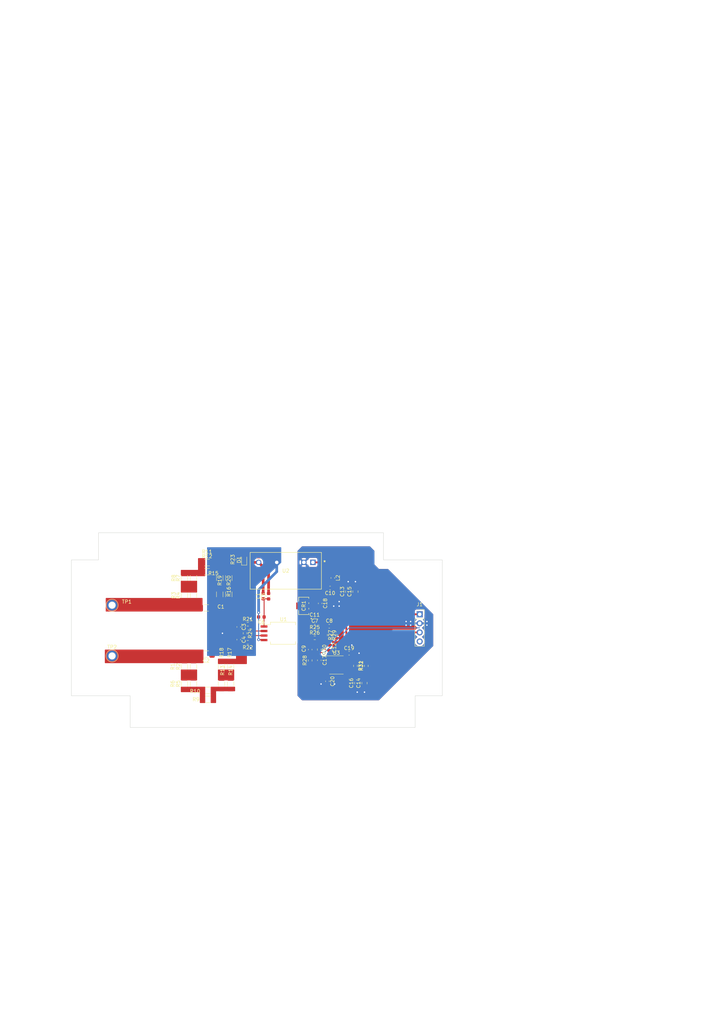
<source format=kicad_pcb>
(kicad_pcb (version 20211014) (generator pcbnew)
  (layers (0 "F.Cu" signal) (31 "B.Cu" signal) (34 "B.Paste" user) (35 "F.Paste" user) (36 "B.SilkS" user "B.Silkscreen") (37 "F.SilkS" user "F.Silkscreen") (38 "B.Mask" user) (39 "F.Mask" user) (44 "Edge.Cuts" user))
  (net 0 "")
  (net 1 "/Input +")
  (net 2 "GND1")
  (net 3 "/Input -")
  (net 4 "Net-(C3-Pad1)")
  (net 5 "Net-(C4-Pad2)")
  (net 6 "+5V")
  (net 7 "GND2")
  (net 8 "+5VA")
  (net 9 "Net-(C8-Pad2)")
  (net 10 "Net-(C9-Pad1)")
  (net 11 "+15V")
  (net 12 "Net-(C12-Pad2)")
  (net 13 "-15V")
  (net 14 "/Measure")
  (net 15 "Net-(D1-Pad1)")
  (net 16 "Net-(L2-Pad1)")
  (net 17 "Net-(R1-Pad2)")
  (net 18 "Net-(R3-Pad2)")
  (net 19 "Net-(R10-Pad1)")
  (net 20 "Net-(R11-Pad1)")
  (net 21 "Net-(R10-Pad2)")
  (net 22 "Net-(R11-Pad2)")
  (net 23 "Net-(R13-Pad2)")
  (net 24 "Net-(R15-Pad2)")
  (net 25 "Net-(R25-Pad1)")
  (net 26 "Net-(R26-Pad1)")
  (net 27 "Net-(R31-Pad2)")
  (net 28 "Net-(U3-Pad6)")
  (net 29 "Net-(C17-Pad1)")
  (footprint "Resistor_SMD:R_1206_3216Metric" (layer "F.Cu") (at 128.524 98.806)
    (fp_text reference "R9" (at -3.3635 0) (layer "F.SilkS"))
    (fp_text value "150k")
    (pad "1" smd roundrect (at -1.4625 0) (size 1.125 1.75) (layers "F.Cu" "F.Paste" "F.Mask") (roundrect_rratio 0.222222) (net 19 "Net-(R10-Pad1)"))
    (pad "2" smd roundrect (at 1.4625 0) (size 1.125 1.75) (layers "F.Cu" "F.Paste" "F.Mask") (roundrect_rratio 0.222222) (net 21 "Net-(R10-Pad2)"))
  )
  (footprint "Resistor_SMD:R_1206_3216Metric" (layer "F.Cu") (at 132.334 94.488 90)
    (fp_text reference "R13" (at 3.81 0.254 90) (layer "F.SilkS"))
    (fp_text value "150k")
    (pad "1" smd roundrect (at -1.4625 0 90) (size 1.125 1.75) (layers "F.Cu" "F.Paste" "F.Mask") (roundrect_rratio 0.222222) (net 21 "Net-(R10-Pad2)"))
    (pad "2" smd roundrect (at 1.4625 0 90) (size 1.125 1.75) (layers "F.Cu" "F.Paste" "F.Mask") (roundrect_rratio 0.222222) (net 23 "Net-(R13-Pad2)"))
  )
  (footprint "Resistor_SMD:R_1206_3216Metric" (layer "F.Cu") (at 128.524 96.266)
    (fp_text reference "R10" (at -3.6175 0.254) (layer "F.SilkS"))
    (fp_text value "150k")
    (pad "1" smd roundrect (at -1.4625 0) (size 1.125 1.75) (layers "F.Cu" "F.Paste" "F.Mask") (roundrect_rratio 0.222222) (net 19 "Net-(R10-Pad1)"))
    (pad "2" smd roundrect (at 1.4625 0) (size 1.125 1.75) (layers "F.Cu" "F.Paste" "F.Mask") (roundrect_rratio 0.222222) (net 21 "Net-(R10-Pad2)"))
  )
  (footprint "Connector_PinSocket_2.54mm:PinSocket_1x04_P2.54mm_Vertical" (layer "F.Cu") (at 187.96 74.94)
    (fp_text reference "J1" (at 0 -2.77) (layer "F.SilkS"))
    (fp_text value "Conn_01x04")
    (pad "1" thru_hole rect (at 0 0) (size 1.7 1.7) (drill 1) (layers *.Cu *.Mask) (net 11 "+15V"))
    (pad "2" thru_hole oval (at 0 2.54) (size 1.7 1.7) (drill 1) (layers *.Cu *.Mask) (net 7 "GND2"))
    (pad "3" thru_hole oval (at 0 5.08) (size 1.7 1.7) (drill 1) (layers *.Cu *.Mask) (net 13 "-15V"))
    (pad "4" thru_hole oval (at 0 7.62) (size 1.7 1.7) (drill 1) (layers *.Cu *.Mask) (net 14 "/Measure"))
  )
  (footprint "Resistor_SMD:R_1206_3216Metric" (layer "F.Cu") (at 124.46 64.77 90)
    (fp_text reference "R7" (at 0 -4.318 90) (layer "F.SilkS"))
    (fp_text value "150k")
    (pad "1" smd roundrect (at -1.4625 0 90) (size 1.125 1.75) (layers "F.Cu" "F.Paste" "F.Mask") (roundrect_rratio 0.222222) (net 18 "Net-(R3-Pad2)"))
    (pad "2" smd roundrect (at 1.4625 0 90) (size 1.125 1.75) (layers "F.Cu" "F.Paste" "F.Mask") (roundrect_rratio 0.222222) (net 20 "Net-(R11-Pad1)"))
  )
  (footprint "Resistor_SMD:R_1206_3216Metric" (layer "F.Cu") (at 128.27 62.992)
    (fp_text reference "R12" (at 0 -4.318) (layer "F.SilkS"))
    (fp_text value "150k")
    (pad "1" smd roundrect (at -1.4625 0) (size 1.125 1.75) (layers "F.Cu" "F.Paste" "F.Mask") (roundrect_rratio 0.222222) (net 20 "Net-(R11-Pad1)"))
    (pad "2" smd roundrect (at 1.4625 0) (size 1.125 1.75) (layers "F.Cu" "F.Paste" "F.Mask") (roundrect_rratio 0.222222) (net 22 "Net-(R11-Pad2)"))
  )
  (footprint "Resistor_SMD:R_1206_3216Metric" (layer "F.Cu") (at 121.92 89.6005 -90)
    (fp_text reference "R1" (at 0 3.302 90) (layer "F.SilkS"))
    (fp_text value "150k")
    (pad "1" smd roundrect (at -1.4625 0 270) (size 1.125 1.75) (layers "F.Cu" "F.Paste" "F.Mask") (roundrect_rratio 0.222222) (net 3 "/Input -"))
    (pad "2" smd roundrect (at 1.4625 0 270) (size 1.125 1.75) (layers "F.Cu" "F.Paste" "F.Mask") (roundrect_rratio 0.222222) (net 17 "Net-(R1-Pad2)"))
  )
  (footprint "Resistor_SMD:R_0603_1608Metric" (layer "F.Cu") (at 172.974 89.408 90)
    (fp_text reference "R32" (at 0 -1.43 90) (layer "F.SilkS"))
    (fp_text value "R")
    (pad "1" smd roundrect (at -0.825 0 90) (size 0.8 0.95) (layers "F.Cu" "F.Paste" "F.Mask") (net 27 "Net-(R31-Pad2)"))
    (pad "2" smd roundrect (at 0.825 0 90) (size 0.8 0.95) (layers "F.Cu" "F.Paste" "F.Mask") (net 13 "-15V"))
  )
  (footprint "Resistor_SMD:R_1206_3216Metric" (layer "F.Cu") (at 124.46 89.6005 -90)
    (fp_text reference "R2" (at 0 4.318 90) (layer "F.SilkS"))
    (fp_text value "150k")
    (pad "1" smd roundrect (at -1.4625 0 270) (size 1.125 1.75) (layers "F.Cu" "F.Paste" "F.Mask") (roundrect_rratio 0.222222) (net 3 "/Input -"))
    (pad "2" smd roundrect (at 1.4625 0 270) (size 1.125 1.75) (layers "F.Cu" "F.Paste" "F.Mask") (roundrect_rratio 0.222222) (net 17 "Net-(R1-Pad2)"))
  )
  (footprint "Resistor_SMD:R_1206_3216Metric" (layer "F.Cu") (at 121.92 69.596 90)
    (fp_text reference "R3" (at 0 -3.048 90) (layer "F.SilkS"))
    (fp_text value "150k")
    (pad "1" smd roundrect (at -1.4625 0 90) (size 1.125 1.75) (layers "F.Cu" "F.Paste" "F.Mask") (roundrect_rratio 0.222222) (net 1 "/Input +"))
    (pad "2" smd roundrect (at 1.4625 0 90) (size 1.125 1.75) (layers "F.Cu" "F.Paste" "F.Mask") (roundrect_rratio 0.222222) (net 18 "Net-(R3-Pad2)"))
  )
  (footprint "Capacitor_SMD:C_0603_1608Metric" (layer "F.Cu") (at 158.509 78.232)
    (fp_text reference "C7" (at 0 -1.43) (layer "F.SilkS"))
    (fp_text value "C")
    (pad "1" smd roundrect (at -0.775 0) (size 0.9 0.95) (layers "F.Cu" "F.Paste" "F.Mask") (net 8 "+5VA"))
    (pad "2" smd roundrect (at 0.775 0) (size 0.9 0.95) (layers "F.Cu" "F.Paste" "F.Mask") (net 7 "GND2"))
  )
  (footprint "Capacitor_SMD:C_0603_1608Metric" (layer "F.Cu") (at 159.766 87.834 90)
    (fp_text reference "C17" (at 0 1.524 90) (layer "F.SilkS"))
    (fp_text value "33p")
    (pad "1" smd roundrect (at -0.775 0 90) (size 0.9 0.95) (layers "F.Cu" "F.Paste" "F.Mask") (net 29 "Net-(C17-Pad1)"))
    (pad "2" smd roundrect (at 0.775 0 90) (size 0.9 0.95) (layers "F.Cu" "F.Paste" "F.Mask") (net 14 "/Measure"))
  )
  (footprint "Capacitor_SMD:C_0603_1608Metric" (layer "F.Cu") (at 162.052 93.726 -90)
    (fp_text reference "C20" (at 0 -1.43 90) (layer "F.SilkS"))
    (fp_text value "C")
    (pad "1" smd roundrect (at -0.775 0 270) (size 0.9 0.95) (layers "F.Cu" "F.Paste" "F.Mask") (net 13 "-15V"))
    (pad "2" smd roundrect (at 0.775 0 270) (size 0.9 0.95) (layers "F.Cu" "F.Paste" "F.Mask") (net 7 "GND2"))
  )
  (footprint "Capacitor_SMD:C_0805_2012Metric" (layer "F.Cu") (at 167.894 68.58 90)
    (fp_text reference "C13" (at 0 -1.68 90) (layer "F.SilkS"))
    (fp_text value "10u")
    (pad "1" smd roundrect (at -0.95 0 90) (size 1 1.45) (layers "F.Cu" "F.Paste" "F.Mask") (net 11 "+15V"))
    (pad "2" smd roundrect (at 0.95 0 90) (size 1 1.45) (layers "F.Cu" "F.Paste" "F.Mask") (net 7 "GND2"))
  )
  (footprint "Inductor_SMD:L_0603_1608Metric" (layer "F.Cu") (at 144.018 69.8115 90)
    (fp_text reference "L1" (at 0 -1.43 90) (layer "F.SilkS"))
    (fp_text value "L")
    (pad "1" smd roundrect (at -0.7875 0 90) (size 0.875 0.95) (layers "F.Cu" "F.Paste" "F.Mask") (net 6 "+5V"))
    (pad "2" smd roundrect (at 0.7875 0 90) (size 0.875 0.95) (layers "F.Cu" "F.Paste" "F.Mask") (net 15 "Net-(D1-Pad1)"))
  )
  (footprint "Capacitor_SMD:C_0603_1608Metric" (layer "F.Cu") (at 137.16 82.042 -90)
    (fp_text reference "C4" (at 0 -1.43 90) (layer "F.SilkS"))
    (fp_text value "470n")
    (pad "1" smd roundrect (at -0.775 0 270) (size 0.9 0.95) (layers "F.Cu" "F.Paste" "F.Mask") (net 2 "GND1"))
    (pad "2" smd roundrect (at 0.775 0 270) (size 0.9 0.95) (layers "F.Cu" "F.Paste" "F.Mask") (net 5 "Net-(C4-Pad2)"))
  )
  (footprint "Resistor_SMD:R_0603_1608Metric" (layer "F.Cu") (at 158.496 80.01)
    (fp_text reference "R25" (at 0 -1.43) (layer "F.SilkS"))
    (fp_text value "5.6k")
    (pad "1" smd roundrect (at -0.825 0) (size 0.8 0.95) (layers "F.Cu" "F.Paste" "F.Mask") (net 25 "Net-(R25-Pad1)"))
    (pad "2" smd roundrect (at 0.825 0) (size 0.8 0.95) (layers "F.Cu" "F.Paste" "F.Mask") (net 9 "Net-(C8-Pad2)"))
  )
  (footprint "Capacitor_SMD:C_1206_3216Metric" (layer "F.Cu") (at 128.016 73.152)
    (fp_text reference "C1" (at 4.1255 -0.326) (layer "F.SilkS"))
    (fp_text value "1000p")
    (pad "1" smd roundrect (at -1.475 0) (size 1.15 1.8) (layers "F.Cu" "F.Paste" "F.Mask") (roundrect_rratio 0.217391) (net 1 "/Input +"))
    (pad "2" smd roundrect (at 1.475 0) (size 1.15 1.8) (layers "F.Cu" "F.Paste" "F.Mask") (roundrect_rratio 0.217391) (net 2 "GND1"))
  )
  (footprint "Capacitor_SMD:C_0603_1608Metric" (layer "F.Cu") (at 168.148 85.852)
    (fp_text reference "C19" (at 0 -1.43) (layer "F.SilkS"))
    (fp_text value "C")
    (pad "1" smd roundrect (at -0.775 0) (size 0.9 0.95) (layers "F.Cu" "F.Paste" "F.Mask") (net 11 "+15V"))
    (pad "2" smd roundrect (at 0.775 0) (size 0.9 0.95) (layers "F.Cu" "F.Paste" "F.Mask") (net 7 "GND2"))
  )
  (footprint "Resistor_SMD:R_1206_3216Metric" (layer "F.Cu") (at 132.334 89.6005 90)
    (fp_text reference "R18" (at 3.8715 0 90) (layer "F.SilkS"))
    (fp_text value "150k")
    (pad "1" smd roundrect (at -1.4625 0 90) (size 1.125 1.75) (layers "F.Cu" "F.Paste" "F.Mask") (roundrect_rratio 0.222222) (net 23 "Net-(R13-Pad2)"))
    (pad "2" smd roundrect (at 1.4625 0 90) (size 1.125 1.75) (layers "F.Cu" "F.Paste" "F.Mask") (roundrect_rratio 0.222222) (net 5 "Net-(C4-Pad2)"))
  )
  (footprint "Capacitor_SMD:C_0603_1608Metric" (layer "F.Cu") (at 162.56 84.328 -90)
    (fp_text reference "C12" (at 0 -1.43 90) (layer "F.SilkS"))
    (fp_text value "33p")
    (pad "1" smd roundrect (at -0.775 0 270) (size 0.9 0.95) (layers "F.Cu" "F.Paste" "F.Mask") (net 7 "GND2"))
    (pad "2" smd roundrect (at 0.775 0 270) (size 0.9 0.95) (layers "F.Cu" "F.Paste" "F.Mask") (net 12 "Net-(C12-Pad2)"))
  )
  (footprint "Capacitor_SMD:C_0603_1608Metric" (layer "F.Cu") (at 162.801 67.564 180)
    (fp_text reference "C10" (at 0 -1.43) (layer "F.SilkS"))
    (fp_text value "C")
    (pad "1" smd roundrect (at -0.775 0 180) (size 0.9 0.95) (layers "F.Cu" "F.Paste" "F.Mask") (net 11 "+15V"))
    (pad "2" smd roundrect (at 0.775 0 180) (size 0.9 0.95) (layers "F.Cu" "F.Paste" "F.Mask") (net 7 "GND2"))
  )
  (footprint "Resistor_SMD:R_0603_1608Metric" (layer "F.Cu") (at 136.906 59.576 90)
    (fp_text reference "R23" (at 0 -1.43 90) (layer "F.SilkS"))
    (fp_text value "250")
    (pad "1" smd roundrect (at -0.825 0 90) (size 0.8 0.95) (layers "F.Cu" "F.Paste" "F.Mask") (net 15 "Net-(D1-Pad1)"))
    (pad "2" smd roundrect (at 0.825 0 90) (size 0.8 0.95) (layers "F.Cu" "F.Paste" "F.Mask") (net 2 "GND1"))
  )
  (footprint "Capacitor_SMD:C_0603_1608Metric" (layer "F.Cu") (at 157.226 84.836 90)
    (fp_text reference "C9" (at 0.254 -1.778 90) (layer "F.SilkS"))
    (fp_text value "330p")
    (pad "1" smd roundrect (at -0.775 0 90) (size 0.9 0.95) (layers "F.Cu" "F.Paste" "F.Mask") (net 10 "Net-(C9-Pad1)"))
    (pad "2" smd roundrect (at 0.775 0 90) (size 0.9 0.95) (layers "F.Cu" "F.Paste" "F.Mask") (net 7 "GND2"))
  )
  (footprint "Resistor_SMD:R_0603_1608Metric" (layer "F.Cu") (at 169.926 89.408 -90)
    (fp_text reference "R31" (at 0 -1.43 90) (layer "F.SilkS"))
    (fp_text value "R")
    (pad "1" smd roundrect (at -0.825 0 270) (size 0.8 0.95) (layers "F.Cu" "F.Paste" "F.Mask") (net 11 "+15V"))
    (pad "2" smd roundrect (at 0.825 0 270) (size 0.8 0.95) (layers "F.Cu" "F.Paste" "F.Mask") (net 27 "Net-(R31-Pad2)"))
  )
  (footprint "Capacitor_SMD:C_0805_2012Metric" (layer "F.Cu") (at 170.434 94.234 90)
    (fp_text reference "C16" (at 0 -1.68 90) (layer "F.SilkS"))
    (fp_text value "10u")
    (pad "1" smd roundrect (at -0.95 0 90) (size 1 1.45) (layers "F.Cu" "F.Paste" "F.Mask") (net 7 "GND2"))
    (pad "2" smd roundrect (at 0.95 0 90) (size 1 1.45) (layers "F.Cu" "F.Paste" "F.Mask") (net 13 "-15V"))
  )
  (footprint "Capacitor_SMD:C_0603_1608Metric" (layer "F.Cu") (at 145.542 69.863 90)
    (fp_text reference "C5" (at 0 -1.43 90) (layer "F.SilkS"))
    (fp_text value "C")
    (pad "1" smd roundrect (at -0.775 0 90) (size 0.9 0.95) (layers "F.Cu" "F.Paste" "F.Mask") (net 6 "+5V"))
    (pad "2" smd roundrect (at 0.775 0 90) (size 0.9 0.95) (layers "F.Cu" "F.Paste" "F.Mask") (net 2 "GND1"))
  )
  (footprint "Resistor_SMD:R_1206_3216Metric" (layer "F.Cu") (at 121.92 64.77 90)
    (fp_text reference "R8" (at 0 -3.048 90) (layer "F.SilkS"))
    (fp_text value "150k")
    (pad "1" smd roundrect (at -1.4625 0 90) (size 1.125 1.75) (layers "F.Cu" "F.Paste" "F.Mask") (roundrect_rratio 0.222222) (net 18 "Net-(R3-Pad2)"))
    (pad "2" smd roundrect (at 1.4625 0 90) (size 1.125 1.75) (layers "F.Cu" "F.Paste" "F.Mask") (roundrect_rratio 0.222222) (net 20 "Net-(R11-Pad1)"))
  )
  (footprint "Package_SO:SSO-8_6.8x5.9mm_P1.27mm_Clearance8mm" (layer "F.Cu") (at 149.606 80.264)
    (fp_text reference "U1" (at 0.1 -3.9) (layer "F.SilkS"))
    (fp_text value "ACPL-C79B")
    (pad "1" smd rect (at -5.3475 -1.905) (size 1.905 0.64) (layers "F.Cu" "F.Paste" "F.Mask") (net 6 "+5V"))
    (pad "2" smd rect (at -5.3475 -0.635) (size 1.905 0.64) (layers "F.Cu" "F.Paste" "F.Mask") (net 4 "Net-(C3-Pad1)"))
    (pad "3" smd rect (at -5.3475 0.635) (size 1.905 0.64) (layers "F.Cu" "F.Paste" "F.Mask") (net 5 "Net-(C4-Pad2)"))
    (pad "4" smd rect (at -5.3475 1.905) (size 1.905 0.64) (layers "F.Cu" "F.Paste" "F.Mask") (net 2 "GND1"))
    (pad "5" smd rect (at 5.3475 1.905) (size 1.905 0.64) (layers "F.Cu" "F.Paste" "F.Mask") (net 7 "GND2"))
    (pad "6" smd rect (at 5.3475 0.635) (size 1.905 0.64) (layers "F.Cu" "F.Paste" "F.Mask") (net 26 "Net-(R26-Pad1)"))
    (pad "7" smd rect (at 5.3475 -0.635) (size 1.905 0.64) (layers "F.Cu" "F.Paste" "F.Mask") (net 25 "Net-(R25-Pad1)"))
    (pad "8" smd rect (at 5.3475 -1.905) (size 1.905 0.64) (layers "F.Cu" "F.Paste" "F.Mask") (net 8 "+5VA"))
  )
  (footprint "Resistor_SMD:R_1206_3216Metric" (layer "F.Cu") (at 134.366 69.342 -90)
    (fp_text reference "R20" (at -3.8715 0 90) (layer "F.SilkS"))
    (fp_text value "150k")
    (pad "1" smd roundrect (at -1.4625 0 270) (size 1.125 1.75) (layers "F.Cu" "F.Paste" "F.Mask") (roundrect_rratio 0.222222) (net 24 "Net-(R15-Pad2)"))
    (pad "2" smd roundrect (at 1.4625 0 270) (size 1.125 1.75) (layers "F.Cu" "F.Paste" "F.Mask") (roundrect_rratio 0.222222) (net 4 "Net-(C3-Pad1)"))
  )
  (footprint "TestPoint:TestPoint_Plated_Hole_D2.0mm" (layer "F.Cu") (at 101.6 86.614)
    (fp_text reference "TP2" (at 0 -2.498) (layer "F.SilkS"))
    (fp_text value "TestPoint")
    (pad "1" thru_hole circle (at 0 0) (size 3 3) (drill 2) (layers *.Cu *.Mask) (net 3 "/Input -"))
  )
  (footprint "Capacitor_SMD:C_0805_2012Metric" (layer "F.Cu") (at 172.466 94.234 90)
    (fp_text reference "C14" (at 0 -1.68 90) (layer "F.SilkS"))
    (fp_text value "10u")
    (pad "1" smd roundrect (at -0.95 0 90) (size 1 1.45) (layers "F.Cu" "F.Paste" "F.Mask") (net 7 "GND2"))
    (pad "2" smd roundrect (at 0.95 0 90) (size 1 1.45) (layers "F.Cu" "F.Paste" "F.Mask") (net 13 "-15V"))
  )
  (footprint "Resistor_SMD:R_1206_3216Metric" (layer "F.Cu") (at 121.92 94.4265 -90)
    (fp_text reference "R6" (at 0 3.302 90) (layer "F.SilkS"))
    (fp_text value "150k")
    (pad "1" smd roundrect (at -1.4625 0 270) (size 1.125 1.75) (layers "F.Cu" "F.Paste" "F.Mask") (roundrect_rratio 0.222222) (net 17 "Net-(R1-Pad2)"))
    (pad "2" smd roundrect (at 1.4625 0 270) (size 1.125 1.75) (layers "F.Cu" "F.Paste" "F.Mask") (roundrect_rratio 0.222222) (net 19 "Net-(R10-Pad1)"))
  )
  (footprint "Resistor_SMD:R_0603_1608Metric" (layer "F.Cu") (at 159.766 84.836 -90)
    (fp_text reference "R30" (at 0 -1.43 90) (layer "F.SilkS"))
    (fp_text value "R")
    (pad "1" smd roundrect (at -0.825 0 270) (size 0.8 0.95) (layers "F.Cu" "F.Paste" "F.Mask") (net 10 "Net-(C9-Pad1)"))
    (pad "2" smd roundrect (at 0.825 0 270) (size 0.8 0.95) (layers "F.Cu" "F.Paste" "F.Mask") (net 14 "/Measure"))
  )
  (footprint "Resistor_SMD:R_1206_3216Metric" (layer "F.Cu") (at 131.826 64.77 -90)
    (fp_text reference "R15" (at -1.3315 1.778) (layer "F.SilkS"))
    (fp_text value "150k")
    (pad "1" smd roundrect (at -1.4625 0 270) (size 1.125 1.75) (layers "F.Cu" "F.Paste" "F.Mask") (roundrect_rratio 0.222222) (net 22 "Net-(R11-Pad2)"))
    (pad "2" smd roundrect (at 1.4625 0 270) (size 1.125 1.75) (layers "F.Cu" "F.Paste" "F.Mask") (roundrect_rratio 0.222222) (net 24 "Net-(R15-Pad2)"))
  )
  (footprint "Resistor_SMD:R_0603_1608Metric" (layer "F.Cu") (at 158.496 81.534)
    (fp_text reference "R26" (at 0 -1.43) (layer "F.SilkS"))
    (fp_text value "5.6k")
    (pad "1" smd roundrect (at -0.825 0) (size 0.8 0.95) (layers "F.Cu" "F.Paste" "F.Mask") (net 26 "Net-(R26-Pad1)"))
    (pad "2" smd roundrect (at 0.825 0) (size 0.8 0.95) (layers "F.Cu" "F.Paste" "F.Mask") (net 10 "Net-(C9-Pad1)"))
  )
  (footprint "Resistor_SMD:R_1206_3216Metric" (layer "F.Cu") (at 124.46 69.596 90)
    (fp_text reference "R4" (at -0.0615 -4.318 90) (layer "F.SilkS"))
    (fp_text value "150k")
    (pad "1" smd roundrect (at -1.4625 0 90) (size 1.125 1.75) (layers "F.Cu" "F.Paste" "F.Mask") (roundrect_rratio 0.222222) (net 1 "/Input +"))
    (pad "2" smd roundrect (at 1.4625 0 90) (size 1.125 1.75) (layers "F.Cu" "F.Paste" "F.Mask") (roundrect_rratio 0.222222) (net 18 "Net-(R3-Pad2)"))
  )
  (footprint "Capacitor_SMD:C_0603_1608Metric" (layer "F.Cu") (at 158.483 76.517)
    (fp_text reference "C11" (at 0 -1.43) (layer "F.SilkS"))
    (fp_text value "C")
    (pad "1" smd roundrect (at -0.775 0) (size 0.9 0.95) (layers "F.Cu" "F.Paste" "F.Mask") (net 8 "+5VA"))
    (pad "2" smd roundrect (at 0.775 0) (size 0.9 0.95) (layers "F.Cu" "F.Paste" "F.Mask") (net 7 "GND2"))
  )
  (footprint "Resistor_SMD:R_1206_3216Metric" (layer "F.Cu") (at 124.46 94.4265 -90)
    (fp_text reference "R5" (at 0 4.318 90) (layer "F.SilkS"))
    (fp_text value "150k")
    (pad "1" smd roundrect (at -1.4625 0 270) (size 1.125 1.75) (layers "F.Cu" "F.Paste" "F.Mask") (roundrect_rratio 0.222222) (net 17 "Net-(R1-Pad2)"))
    (pad "2" smd roundrect (at 1.4625 0 270) (size 1.125 1.75) (layers "F.Cu" "F.Paste" "F.Mask") (roundrect_rratio 0.222222) (net 19 "Net-(R10-Pad1)"))
  )
  (footprint "footprints:SIP4_MEJ1S_MUR" (layer "F.Cu") (at 142.748 60.379)
    (fp_text reference "U2" (at 7.62 2.359 unlocked) (layer "F.SilkS"))
    (fp_text value "MEJ1S1205SC")
    (fp_text user "*" (at 18.5166 0 unlocked) (layer "F.SilkS"))
    (fp_text user "*" (at 18.5166 0) (layer "F.SilkS"))
    (pad "1" thru_hole rect (at 15.24 0) (size 1.524 1.524) (drill 0.9652) (layers *.Cu *.Mask) (net 16 "Net-(L2-Pad1)"))
    (pad "2" thru_hole circle (at 12.7 0) (size 1.524 1.524) (drill 0.9652) (layers *.Cu *.Mask) (net 7 "GND2"))
    (pad "5" thru_hole circle (at 5.08 0) (size 1.524 1.524) (drill 0.9652) (layers *.Cu *.Mask) (net 2 "GND1"))
    (pad "7" thru_hole circle (at 0 0) (size 1.524 1.524) (drill 0.9652) (layers *.Cu *.Mask) (net 15 "Net-(D1-Pad1)"))
  )
  (footprint "Capacitor_SMD:C_0603_1608Metric" (layer "F.Cu") (at 143.51 75.692 180)
    (fp_text reference "C6" (at 0 -1.43) (layer "F.SilkS"))
    (fp_text value "C")
    (pad "1" smd roundrect (at -0.775 0 180) (size 0.9 0.95) (layers "F.Cu" "F.Paste" "F.Mask") (net 6 "+5V"))
    (pad "2" smd roundrect (at 0.775 0 180) (size 0.9 0.95) (layers "F.Cu" "F.Paste" "F.Mask") (net 2 "GND1"))
  )
  (footprint "footprints:SOT-89_STM" (layer "F.Cu") (at 155.4099 72.5805 90)
    (fp_text reference "CR1" (at 0 0 90 unlocked) (layer "F.SilkS"))
    (fp_text value "L78L05ABUTR")
    (fp_poly (pts (xy -0.2794 1.2954) (xy -0.2794 1.143) (xy -0.9398 0.5334) (xy -0.9398 -2.1082) (xy 0.9398 -2.1082) (xy 0.9398 0.5334) (xy 0.2794 1.1684) (xy 0.2794 1.2954)) (layer "F.Cu") (width 0) (fill solid))
    (pad "1" smd rect (at -1.495 1.9939 90) (size 0.4826 1.397) (layers "F.Cu" "F.Paste" "F.Mask") (net 8 "+5VA"))
    (pad "2" smd rect (at 0 1.9939 90) (size 0.5588 1.397) (layers "F.Cu" "F.Paste" "F.Mask") (net 7 "GND2"))
    (pad "3" smd rect (at 1.495 1.9939 90) (size 0.4826 1.397) (layers "F.Cu" "F.Paste" "F.Mask") (net 11 "+15V"))
  )
  (footprint "Resistor_SMD:R_1206_3216Metric" (layer "F.Cu") (at 131.826 69.342 -90)
    (fp_text reference "R19" (at -3.8715 0 90) (layer "F.SilkS"))
    (fp_text value "150k")
    (pad "1" smd roundrect (at -1.4625 0 270) (size 1.125 1.75) (layers "F.Cu" "F.Paste" "F.Mask") (roundrect_rratio 0.222222) (net 24 "Net-(R15-Pad2)"))
    (pad "2" smd roundrect (at 1.4625 0 270) (size 1.125 1.75) (layers "F.Cu" "F.Paste" "F.Mask") (roundrect_rratio 0.222222) (net 4 "Net-(C3-Pad1)"))
  )
  (footprint "TestPoint:TestPoint_Plated_Hole_D2.0mm" (layer "F.Cu") (at 101.6 72.39)
    (fp_text reference "TP1" (at 4.1255 -0.974) (layer "F.SilkS"))
    (fp_text value "TestPoint")
    (pad "1" thru_hole circle (at 0 0) (size 3 3) (drill 2) (layers *.Cu *.Mask) (net 1 "/Input +"))
  )
  (footprint "Diode_SMD:D_0603_1608Metric" (layer "F.Cu") (at 138.684 59.6645 90)
    (fp_text reference "D1" (at 0 -1.43 90) (layer "F.SilkS"))
    (fp_text value "D_Zener")
    (pad "1" smd roundrect (at -0.7875 0 90) (size 0.875 0.95) (layers "F.Cu" "F.Paste" "F.Mask") (net 15 "Net-(D1-Pad1)"))
    (pad "2" smd roundrect (at 0.7875 0 90) (size 0.875 0.95) (layers "F.Cu" "F.Paste" "F.Mask") (net 2 "GND1"))
  )
  (footprint "Resistor_SMD:R_0603_1608Metric" (layer "F.Cu") (at 139.7 77.724)
    (fp_text reference "R21" (at 0 -1.43) (layer "F.SilkS"))
    (fp_text value "10k")
    (pad "1" smd roundrect (at -0.825 0) (size 0.8 0.95) (layers "F.Cu" "F.Paste" "F.Mask") (net 4 "Net-(C3-Pad1)"))
    (pad "2" smd roundrect (at 0.825 0) (size 0.8 0.95) (layers "F.Cu" "F.Paste" "F.Mask") (net 2 "GND1"))
  )
  (footprint "Resistor_SMD:R_0603_1608Metric" (layer "F.Cu") (at 138.938 80.264 -90)
    (fp_text reference "R24" (at 0 -1.43 90) (layer "F.SilkS"))
    (fp_text value "100")
    (pad "1" smd roundrect (at -0.825 0 270) (size 0.8 0.95) (layers "F.Cu" "F.Paste" "F.Mask") (net 4 "Net-(C3-Pad1)"))
    (pad "2" smd roundrect (at 0.825 0 270) (size 0.8 0.95) (layers "F.Cu" "F.Paste" "F.Mask") (net 5 "Net-(C4-Pad2)"))
  )
  (footprint "Resistor_SMD:R_1206_3216Metric" (layer "F.Cu") (at 134.874 94.488 90)
    (fp_text reference "R14" (at 3.81 0 90) (layer "F.SilkS"))
    (fp_text value "150k")
    (pad "1" smd roundrect (at -1.4625 0 90) (size 1.125 1.75) (layers "F.Cu" "F.Paste" "F.Mask") (roundrect_rratio 0.222222) (net 21 "Net-(R10-Pad2)"))
    (pad "2" smd roundrect (at 1.4625 0 90) (size 1.125 1.75) (layers "F.Cu" "F.Paste" "F.Mask") (roundrect_rratio 0.222222) (net 23 "Net-(R13-Pad2)"))
  )
  (footprint "Capacitor_SMD:C_0603_1608Metric" (layer "F.Cu") (at 162.573 78.295 180)
    (fp_text reference "C8" (at 0 1.524) (layer "F.SilkS"))
    (fp_text value "330p")
    (pad "1" smd roundrect (at -0.775 0 180) (size 0.9 0.95) (layers "F.Cu" "F.Paste" "F.Mask") (net 7 "GND2"))
    (pad "2" smd roundrect (at 0.775 0 180) (size 0.9 0.95) (layers "F.Cu" "F.Paste" "F.Mask") (net 9 "Net-(C8-Pad2)"))
  )
  (footprint "Capacitor_SMD:C_0603_1608Metric" (layer "F.Cu") (at 160.02 71.882 -90)
    (fp_text reference "C18" (at 0 -1.43 -270) (layer "F.SilkS"))
    (fp_text value "C")
    (pad "1" smd roundrect (at -0.775 0 270) (size 0.9 0.95) (layers "F.Cu" "F.Paste" "F.Mask") (net 11 "+15V"))
    (pad "2" smd roundrect (at 0.775 0 270) (size 0.9 0.95) (layers "F.Cu" "F.Paste" "F.Mask") (net 7 "GND2"))
  )
  (footprint "Capacitor_SMD:C_0603_1608Metric" (layer "F.Cu") (at 137.16 78.486 -90)
    (fp_text reference "C3" (at 0 -1.43 90) (layer "F.SilkS"))
    (fp_text value "470n")
    (pad "1" smd roundrect (at -0.775 0 270) (size 0.9 0.95) (layers "F.Cu" "F.Paste" "F.Mask") (net 4 "Net-(C3-Pad1)"))
    (pad "2" smd roundrect (at 0.775 0 270) (size 0.9 0.95) (layers "F.Cu" "F.Paste" "F.Mask") (net 2 "GND1"))
  )
  (footprint "Capacitor_SMD:C_0805_2012Metric" (layer "F.Cu") (at 169.926 68.58 90)
    (fp_text reference "C15" (at 0 -1.68 90) (layer "F.SilkS"))
    (fp_text value "10u")
    (pad "1" smd roundrect (at -0.95 0 90) (size 1 1.45) (layers "F.Cu" "F.Paste" "F.Mask") (net 11 "+15V"))
    (pad "2" smd roundrect (at 0.95 0 90) (size 1 1.45) (layers "F.Cu" "F.Paste" "F.Mask") (net 7 "GND2"))
  )
  (footprint "Capacitor_SMD:C_1206_3216Metric" (layer "F.Cu") (at 128.016 86.106 180)
    (fp_text reference "C2" (at 0 -1.85) (layer "F.SilkS"))
    (fp_text value "1000p")
    (pad "1" smd roundrect (at -1.475 0 180) (size 1.15 1.8) (layers "F.Cu" "F.Paste" "F.Mask") (roundrect_rratio 0.217391) (net 2 "GND1"))
    (pad "2" smd roundrect (at 1.475 0 180) (size 1.15 1.8) (layers "F.Cu" "F.Paste" "F.Mask") (roundrect_rratio 0.217391) (net 3 "/Input -"))
  )
  (footprint "Resistor_SMD:R_1206_3216Metric" (layer "F.Cu") (at 134.874 89.6005 90)
    (fp_text reference "R17" (at 3.8715 -0.254 90) (layer "F.SilkS"))
    (fp_text value "150k")
    (pad "1" smd roundrect (at -1.4625 0 90) (size 1.125 1.75) (layers "F.Cu" "F.Paste" "F.Mask") (roundrect_rratio 0.222222) (net 23 "Net-(R13-Pad2)"))
    (pad "2" smd roundrect (at 1.4625 0 90) (size 1.125 1.75) (layers "F.Cu" "F.Paste" "F.Mask") (roundrect_rratio 0.222222) (net 5 "Net-(C4-Pad2)"))
  )
  (footprint "Resistor_SMD:R_0603_1608Metric" (layer "F.Cu") (at 139.7 82.804 180)
    (fp_text reference "R22" (at 0 -1.43) (layer "F.SilkS"))
    (fp_text value "10k")
    (pad "1" smd roundrect (at -0.825 0 180) (size 0.8 0.95) (layers "F.Cu" "F.Paste" "F.Mask") (net 2 "GND1"))
    (pad "2" smd roundrect (at 0.825 0 180) (size 0.8 0.95) (layers "F.Cu" "F.Paste" "F.Mask") (net 5 "Net-(C4-Pad2)"))
  )
  (footprint "Resistor_SMD:R_1206_3216Metric" (layer "F.Cu") (at 128.27 60.452)
    (fp_text reference "R11" (at 0 -3.048) (layer "F.SilkS"))
    (fp_text value "150k")
    (pad "1" smd roundrect (at -1.4625 0) (size 1.125 1.75) (layers "F.Cu" "F.Paste" "F.Mask") (roundrect_rratio 0.222222) (net 20 "Net-(R11-Pad1)"))
    (pad "2" smd roundrect (at 1.4625 0) (size 1.125 1.75) (layers "F.Cu" "F.Paste" "F.Mask") (roundrect_rratio 0.222222) (net 22 "Net-(R11-Pad2)"))
  )
  (footprint "Package_SO:SOIC-8_3.9x4.9mm_P1.27mm" (layer "F.Cu") (at 164.592 89.154)
    (fp_text reference "U3" (at 0 -3.4) (layer "F.SilkS"))
    (fp_text value "OPA2197xD")
    (pad "1" smd roundrect (at -2.475 -1.905) (size 1.95 0.6) (layers "F.Cu" "F.Paste" "F.Mask") (net 14 "/Measure"))
    (pad "2" smd roundrect (at -2.475 -0.635) (size 1.95 0.6) (layers "F.Cu" "F.Paste" "F.Mask") (net 29 "Net-(C17-Pad1)"))
    (pad "3" smd roundrect (at -2.475 0.635) (size 1.95 0.6) (layers "F.Cu" "F.Paste" "F.Mask") (net 12 "Net-(C12-Pad2)"))
    (pad "4" smd roundrect (at -2.475 1.905) (size 1.95 0.6) (layers "F.Cu" "F.Paste" "F.Mask") (net 13 "-15V"))
    (pad "5" smd roundrect (at 2.475 1.905) (size 1.95 0.6) (layers "F.Cu" "F.Paste" "F.Mask") (net 27 "Net-(R31-Pad2)"))
    (pad "6" smd roundrect (at 2.475 0.635) (size 1.95 0.6) (layers "F.Cu" "F.Paste" "F.Mask") (net 28 "Net-(U3-Pad6)"))
    (pad "7" smd roundrect (at 2.475 -0.635) (size 1.95 0.6) (layers "F.Cu" "F.Paste" "F.Mask") (net 28 "Net-(U3-Pad6)"))
    (pad "8" smd roundrect (at 2.475 -1.905) (size 1.95 0.6) (layers "F.Cu" "F.Paste" "F.Mask") (net 11 "+15V"))
  )
  (footprint "Resistor_SMD:R_1206_3216Metric" (layer "F.Cu") (at 134.366 64.77 -90)
    (fp_text reference "R16" (at 3.81 0 90) (layer "F.SilkS"))
    (fp_text value "150k")
    (pad "1" smd roundrect (at -1.4625 0 270) (size 1.125 1.75) (layers "F.Cu" "F.Paste" "F.Mask") (roundrect_rratio 0.222222) (net 22 "Net-(R11-Pad2)"))
    (pad "2" smd roundrect (at 1.4625 0 270) (size 1.125 1.75) (layers "F.Cu" "F.Paste" "F.Mask") (roundrect_rratio 0.222222) (net 24 "Net-(R15-Pad2)"))
  )
  (footprint "Inductor_SMD:L_0603_1608Metric" (layer "F.Cu") (at 163.576 64.7445 -90)
    (fp_text reference "L2" (at 0 -1.43 90) (layer "F.SilkS"))
    (fp_text value "L")
    (pad "1" smd roundrect (at -0.7875 0 270) (size 0.875 0.95) (layers "F.Cu" "F.Paste" "F.Mask") (net 16 "Net-(L2-Pad1)"))
    (pad "2" smd roundrect (at 0.7875 0 270) (size 0.875 0.95) (layers "F.Cu" "F.Paste" "F.Mask") (net 11 "+15V"))
  )
  (footprint "Resistor_SMD:R_0603_1608Metric" (layer "F.Cu") (at 157.226 87.884 -90)
    (fp_text reference "R28" (at 0 1.524 90) (layer "F.SilkS"))
    (fp_text value "4.7k")
    (pad "1" smd roundrect (at -0.825 0 270) (size 0.8 0.95) (layers "F.Cu" "F.Paste" "F.Mask") (net 10 "Net-(C9-Pad1)"))
    (pad "2" smd roundrect (at 0.825 0 270) (size 0.8 0.95) (layers "F.Cu" "F.Paste" "F.Mask") (net 29 "Net-(C17-Pad1)"))
  )
  (footprint "Resistor_SMD:R_0603_1608Metric" (layer "F.Cu") (at 162.56 80.772 -90)
    (fp_text reference "R29" (at 0 -1.43 90) (layer "F.SilkS"))
    (fp_text value "4.7k")
    (pad "1" smd roundrect (at -0.825 0 270) (size 0.8 0.95) (layers "F.Cu" "F.Paste" "F.Mask") (net 9 "Net-(C8-Pad2)"))
    (pad "2" smd roundrect (at 0.825 0 270) (size 0.8 0.95) (layers "F.Cu" "F.Paste" "F.Mask") (net 12 "Net-(C12-Pad2)"))
  )
  (footprint "Resistor_SMD:R_0603_1608Metric" (layer "F.Cu") (at 164.338 80.772 90)
    (fp_text reference "R27" (at 0 -1.43 90) (layer "F.SilkS"))
    (fp_text value "33k")
    (pad "1" smd roundrect (at -0.825 0 90) (size 0.8 0.95) (layers "F.Cu" "F.Paste" "F.Mask") (net 7 "GND2"))
    (pad "2" smd roundrect (at 0.825 0 90) (size 0.8 0.95) (layers "F.Cu" "F.Paste" "F.Mask") (net 9 "Net-(C8-Pad2)"))
  )
  (gr_poly (pts (xy 177.8 59.69) (xy 194.31 59.69) (xy 194.31 97.79) (xy 186.69 97.79) (xy 186.69 106.68) (xy 106.68 106.68) (xy 106.68 97.79) (xy 90.17 97.79) (xy 90.17 59.69) (xy 97.79 59.69) (xy 97.79 52.07) (xy 177.8 52.07)) (layer "Edge.Cuts") (width 0.1) (fill none))
  (segment (start 147.828 60.452) (end 147.828 60.706) (width 0.75) (layer "F.Cu") (net 2))
  (segment (start 138.558 58.751) (end 138.684 58.877) (width 0.25) (layer "F.Cu") (net 2))
  (segment (start 140.525 84.265) (end 140.462 84.328) (width 0.25) (layer "F.Cu") (net 2))
  (segment (start 144.1315 82.042) (end 144.2585 82.169) (width 0.25) (layer "F.Cu") (net 2))
  (segment (start 140.525 76.263) (end 140.462 76.2) (width 0.25) (layer "F.Cu") (net 2))
  (segment (start 138.684 58.877) (end 146.326 58.877) (width 0.75) (layer "F.Cu") (net 2))
  (segment (start 142.748 82.042) (end 144.1315 82.042) (width 0.25) (layer "F.Cu") (net 2))
  (segment (start 145.542 62.992) (end 145.542 69.088) (width 0.75) (layer "F.Cu") (net 2))
  (segment (start 146.326 58.877) (end 147.828 60.379) (width 0.75) (layer "F.Cu") (net 2))
  (segment (start 140.525 77.724) (end 140.525 76.263) (width 0.25) (layer "F.Cu") (net 2))
  (segment (start 136.906 58.751) (end 138.558 58.751) (width 0.75) (layer "F.Cu") (net 2))
  (segment (start 147.828 60.706) (end 145.542 62.992) (width 0.75) (layer "F.Cu") (net 2))
  (segment (start 140.525 82.804) (end 140.525 84.265) (width 0.25) (layer "F.Cu") (net 2))
  (segment (start 147.828 60.452) (end 147.828 60.379) (width 0.25) (layer "F.Cu") (net 2))
  (segment (start 142.735 74.435) (end 142.748 74.422) (width 0.25) (layer "F.Cu") (net 2))
  (segment (start 142.735 75.692) (end 142.735 74.435) (width 0.25) (layer "F.Cu") (net 2))
  (via (at 142.748 74.422) (size 0.8) (drill 0.4) (layers "F.Cu" "B.Cu") (net 2))
  (via (at 142.748 82.042) (size 0.8) (drill 0.4) (layers "F.Cu" "B.Cu") (net 2))
  (via (at 132.588 80.264) (size 0.8) (drill 0.4) (layers "F.Cu" "B.Cu") (net 2))
  (via (at 140.462 76.2) (size 0.8) (drill 0.4) (layers "F.Cu" "B.Cu") (net 2))
  (via (at 140.462 84.328) (size 0.8) (drill 0.4) (layers "F.Cu" "B.Cu") (net 2))
  (segment (start 147.828 62.992) (end 147.828 60.706) (width 0.75) (layer "B.Cu") (net 2))
  (segment (start 142.748 68.072) (end 147.828 62.992) (width 0.75) (layer "B.Cu") (net 2))
  (segment (start 147.828 60.706) (end 147.828 60.379) (width 0.25) (layer "B.Cu") (net 2))
  (segment (start 142.748 74.422) (end 142.748 82.042) (width 0.25) (layer "B.Cu") (net 2))
  (segment (start 142.748 74.422) (end 142.748 68.072) (width 0.75) (layer "B.Cu") (net 2))
  (segment (start 138.875 79.376) (end 138.938 79.439) (width 0.25) (layer "F.Cu") (net 4))
  (segment (start 138.875 77.724) (end 138.875 79.376) (width 0.25) (layer "F.Cu") (net 4))
  (segment (start 144.2585 79.629) (end 139.128 79.629) (width 0.25) (layer "F.Cu") (net 4))
  (segment (start 139.128 79.629) (end 138.938 79.439) (width 0.25) (layer "F.Cu") (net 4))
  (segment (start 144.2585 80.899) (end 139.128 80.899) (width 0.25) (layer "F.Cu") (net 5))
  (segment (start 138.938 82.741) (end 138.875 82.804) (width 0.25) (layer "F.Cu") (net 5))
  (segment (start 139.128 80.899) (end 138.938 81.089) (width 0.25) (layer "F.Cu") (net 5))
  (segment (start 138.938 81.089) (end 138.938 82.741) (width 0.25) (layer "F.Cu") (net 5))
  (segment (start 143.79 70.599) (end 143.764 70.625) (width 0.25) (layer "F.Cu") (net 6))
  (segment (start 144.285 75.692) (end 144.285 70.866) (width 0.25) (layer "F.Cu") (net 6))
  (segment (start 144.285 75.692) (end 144.2585 75.7185) (width 0.25) (layer "F.Cu") (net 6))
  (segment (start 145.796 70.599) (end 143.79 70.599) (width 0.25) (layer "F.Cu") (net 6))
  (segment (start 144.2585 75.7185) (end 144.2585 78.359) (width 0.25) (layer "F.Cu") (net 6))
  (segment (start 144.285 70.866) (end 144.018 70.599) (width 0.25) (layer "F.Cu") (net 6))
  (via (at 164.084 94.488) (size 0.8) (drill 0.4) (layers "F.Cu" "B.Cu") (net 7))
  (via (at 184.15 77.978) (size 0.8) (drill 0.4) (layers "F.Cu" "B.Cu") (net 7))
  (via (at 185.42 77.978) (size 0.8) (drill 0.4) (layers "F.Cu" "B.Cu") (net 7))
  (via (at 160.274 94.488) (size 0.8) (drill 0.4) (layers "F.Cu" "B.Cu") (net 7))
  (via (at 170.942 85.852) (size 0.8) (drill 0.4) (layers "F.Cu" "B.Cu") (net 7))
  (via (at 185.42 76.962) (size 0.8) (drill 0.4) (layers "F.Cu" "B.Cu") (net 7))
  (via (at 165.354 72.644) (size 0.8) (drill 0.4) (layers "F.Cu" "B.Cu") (net 7))
  (via (at 165.354 71.374) (size 0.8) (drill 0.4) (layers "F.Cu" "B.Cu") (net 7))
  (via (at 172.466 96.774) (size 0.8) (drill 0.4) (layers "F.Cu" "B.Cu") (net 7))
  (via (at 189.992 77.978) (size 0.8) (drill 0.4) (layers "F.Cu" "B.Cu") (net 7))
  (via (at 167.894 65.786) (size 0.8) (drill 0.4) (layers "F.Cu" "B.Cu") (net 7))
  (via (at 189.992 76.962) (size 0.8) (drill 0.4) (layers "F.Cu" "B.Cu") (net 7))
  (via (at 163.83 72.644) (size 0.8) (drill 0.4) (layers "F.Cu" "B.Cu") (net 7))
  (via (at 169.926 65.786) (size 0.8) (drill 0.4) (layers "F.Cu" "B.Cu") (net 7))
  (via (at 184.15 76.962) (size 0.8) (drill 0.4) (layers "F.Cu" "B.Cu") (net 7))
  (via (at 170.434 96.774) (size 0.8) (drill 0.4) (layers "F.Cu" "B.Cu") (net 7))
  (via (at 168.91 83.566) (size 0.8) (drill 0.4) (layers "F.Cu" "B.Cu") (net 7))
  (segment (start 157.607 78.359) (end 157.734 78.232) (width 0.5) (layer "F.Cu") (net 8))
  (segment (start 157.708 74.3797) (end 157.4038 74.0755) (width 0.5) (layer "F.Cu") (net 8))
  (segment (start 157.734 76.543) (end 157.708 76.517) (width 0.5) (layer "F.Cu") (net 8))
  (segment (start 157.734 78.232) (end 157.734 76.543) (width 0.5) (layer "F.Cu") (net 8))
  (segment (start 154.9535 78.359) (end 157.607 78.359) (width 0.5) (layer "F.Cu") (net 8))
  (segment (start 157.708 76.517) (end 157.708 74.3797) (width 0.5) (layer "F.Cu") (net 8))
  (segment (start 164.275 80.01) (end 164.338 79.947) (width 0.5) (layer "F.Cu") (net 9))
  (segment (start 159.321 80.01) (end 164.275 80.01) (width 0.5) (layer "F.Cu") (net 9))
  (segment (start 161.798 79.185) (end 162.56 79.947) (width 0.5) (layer "F.Cu") (net 9))
  (segment (start 161.798 78.295) (end 161.798 79.185) (width 0.5) (layer "F.Cu") (net 9))
  (segment (start 159.766 84.011) (end 159.575 84.011) (width 0.5) (layer "F.Cu") (net 10))
  (segment (start 159.575 84.011) (end 157.975 85.611) (width 0.5) (layer "F.Cu") (net 10))
  (segment (start 157.226 85.611) (end 157.226 87.059) (width 0.5) (layer "F.Cu") (net 10))
  (segment (start 157.975 85.611) (end 157.226 85.611) (width 0.5) (layer "F.Cu") (net 10))
  (segment (start 159.512 81.534) (end 159.766 81.788) (width 0.5) (layer "F.Cu") (net 10))
  (segment (start 159.766 81.788) (end 159.766 84.011) (width 0.5) (layer "F.Cu") (net 10))
  (segment (start 159.321 81.534) (end 159.512 81.534) (width 0.5) (layer "F.Cu") (net 10))
  (segment (start 163.576 67.564) (end 163.576 65.532) (width 0.5) (layer "F.Cu") (net 11))
  (segment (start 169.926 69.53) (end 175.336 74.94) (width 0.5) (layer "F.Cu") (net 11))
  (segment (start 167.373 70.051) (end 167.894 69.53) (width 0.5) (layer "F.Cu") (net 11))
  (segment (start 169.926 87.63) (end 169.545 87.249) (width 0.5) (layer "F.Cu") (net 11))
  (segment (start 161.811 71.107) (end 163.576 69.342) (width 0.5) (layer "F.Cu") (net 11))
  (segment (start 163.576 69.342) (end 163.576 67.564) (width 0.5) (layer "F.Cu") (net 11))
  (segment (start 167.373 85.852) (end 167.373 86.943) (width 0.5) (layer "F.Cu") (net 11))
  (segment (start 163.576 69.342) (end 167.706 69.342) (width 0.5) (layer "F.Cu") (net 11))
  (segment (start 167.706 69.342) (end 167.894 69.53) (width 0.5) (layer "F.Cu") (net 11))
  (segment (start 167.373 86.943) (end 167.067 87.249) (width 0.5) (layer "F.Cu") (net 11))
  (segment (start 169.545 87.249) (end 167.067 87.249) (width 0.5) (layer "F.Cu") (net 11))
  (segment (start 167.373 85.852) (end 167.373 70.051) (width 0.5) (layer "F.Cu") (net 11))
  (segment (start 175.336 74.94) (end 187.96 74.94) (width 0.5) (layer "F.Cu") (net 11))
  (segment (start 167.894 69.53) (end 169.926 69.53) (width 0.5) (layer "F.Cu") (net 11))
  (segment (start 159.9985 71.0855) (end 160.02 71.107) (width 0.5) (layer "F.Cu") (net 11))
  (segment (start 157.4038 71.0855) (end 159.9985 71.0855) (width 0.5) (layer "F.Cu") (net 11))
  (segment (start 160.02 71.107) (end 161.811 71.107) (width 0.5) (layer "F.Cu") (net 11))
  (segment (start 169.926 88.583) (end 169.926 87.63) (width 0.5) (layer "F.Cu") (net 11))
  (segment (start 163.83 89.154) (end 163.195 89.789) (width 0.25) (layer "F.Cu") (net 12))
  (segment (start 161.29 84.582) (end 161.811 85.103) (width 0.25) (layer "F.Cu") (net 12))
  (segment (start 161.811 85.103) (end 162.56 85.103) (width 0.25) (layer "F.Cu") (net 12))
  (segment (start 162.56 81.597) (end 161.989 81.597) (width 0.25) (layer "F.Cu") (net 12))
  (segment (start 161.989 81.597) (end 161.29 82.296) (width 0.25) (layer "F.Cu") (net 12))
  (segment (start 163.195 89.789) (end 162.117 89.789) (width 0.25) (layer "F.Cu") (net 12))
  (segment (start 163.081 85.103) (end 163.83 85.852) (width 0.25) (layer "F.Cu") (net 12))
  (segment (start 162.56 85.103) (end 163.081 85.103) (width 0.25) (layer "F.Cu") (net 12))
  (segment (start 161.29 82.296) (end 161.29 84.582) (width 0.25) (layer "F.Cu") (net 12))
  (segment (start 163.83 85.852) (end 163.83 89.154) (width 0.25) (layer "F.Cu") (net 12))
  (segment (start 170.434 93.284) (end 172.466 93.284) (width 0.5) (layer "F.Cu") (net 13))
  (segment (start 180.584 80.02) (end 187.96 80.02) (width 0.5) (layer "F.Cu") (net 13))
  (segment (start 162.052 92.951) (end 162.052 91.124) (width 0.5) (layer "F.Cu") (net 13))
  (segment (start 173.416 93.284) (end 174.498 92.202) (width 0.5) (layer "F.Cu") (net 13))
  (segment (start 168.722 93.284) (end 170.434 93.284) (width 0.5) (layer "F.Cu") (net 13))
  (segment (start 172.974 88.583) (end 172.974 87.63) (width 0.5) (layer "F.Cu") (net 13))
  (segment (start 172.974 87.63) (end 180.584 80.02) (width 0.5) (layer "F.Cu") (net 13))
  (segment (start 162.052 91.124) (end 162.117 91.059) (width 0.5) (layer "F.Cu") (net 13))
  (segment (start 162.052 92.951) (end 168.389 92.951) (width 0.5) (layer "F.Cu") (net 13))
  (segment (start 172.466 93.284) (end 173.416 93.284) (width 0.5) (layer "F.Cu") (net 13))
  (segment (start 174.498 92.202) (end 174.498 90.107) (width 0.5) (layer "F.Cu") (net 13))
  (segment (start 174.498 90.107) (end 172.974 88.583) (width 0.5) (layer "F.Cu") (net 13))
  (segment (start 168.389 92.951) (end 168.722 93.284) (width 0.5) (layer "F.Cu") (net 13))
  (segment (start 159.956 87.249) (end 159.766 87.059) (width 0.25) (layer "F.Cu") (net 14))
  (segment (start 160.845 85.661) (end 161.036 85.852) (width 0.25) (layer "F.Cu") (net 14))
  (segment (start 159.766 85.661) (end 160.845 85.661) (width 0.25) (layer "F.Cu") (net 14))
  (segment (start 162.117 87.249) (end 159.956 87.249) (width 0.25) (layer "F.Cu") (net 14))
  (segment (start 159.766 87.059) (end 159.766 85.661) (width 0.25) (layer "F.Cu") (net 14))
  (via (at 161.036 85.852) (size 0.8) (drill 0.4) (layers "F.Cu" "B.Cu") (net 14))
  (segment (start 168.148 78.74) (end 187.96 78.74) (width 0.25) (layer "B.Cu") (net 14))
  (segment (start 161.036 85.852) (end 168.148 78.74) (width 0.25) (layer "B.Cu") (net 14))
  (segment (start 136.928 60.379) (end 142.748 60.379) (width 0.75) (layer "F.Cu") (net 15))
  (segment (start 136.906 60.401) (end 136.928 60.379) (width 0.25) (layer "F.Cu") (net 15))
  (segment (start 144.018 61.649) (end 142.748 60.379) (width 0.75) (layer "F.Cu") (net 15))
  (segment (start 144.018 69.024) (end 144.018 61.649) (width 0.75) (layer "F.Cu") (net 15))
  (segment (start 163.576 63.957) (end 159.998 60.379) (width 0.5) (layer "F.Cu") (net 16))
  (segment (start 159.998 60.379) (end 157.988 60.379) (width 0.5) (layer "F.Cu") (net 16))
  (segment (start 156.718 80.01) (end 156.337 79.629) (width 0.5) (layer "F.Cu") (net 25))
  (segment (start 156.337 79.629) (end 154.9535 79.629) (width 0.5) (layer "F.Cu") (net 25))
  (segment (start 157.671 80.01) (end 156.718 80.01) (width 0.5) (layer "F.Cu") (net 25))
  (segment (start 157.671 81.534) (end 156.972 81.534) (width 0.5) (layer "F.Cu") (net 26))
  (segment (start 156.972 81.534) (end 156.337 80.899) (width 0.5) (layer "F.Cu") (net 26))
  (segment (start 156.337 80.899) (end 154.9535 80.899) (width 0.5) (layer "F.Cu") (net 26))
  (segment (start 167.067 91.059) (end 169.1 91.059) (width 0.25) (layer "F.Cu") (net 27))
  (segment (start 169.1 91.059) (end 169.926 90.233) (width 0.25) (layer "F.Cu") (net 27))
  (segment (start 169.926 90.233) (end 172.974 90.233) (width 0.25) (layer "F.Cu") (net 27))
  (segment (start 167.067 88.519) (end 167.067 89.789) (width 0.25) (layer "F.Cu") (net 28))
  (segment (start 159.766 88.609) (end 162.027 88.609) (width 0.25) (layer "F.Cu") (net 29))
  (segment (start 159.666 88.709) (end 159.766 88.609) (width 0.25) (layer "F.Cu") (net 29))
  (segment (start 162.027 88.609) (end 162.117 88.519) (width 0.25) (layer "F.Cu") (net 29))
  (segment (start 157.226 88.709) (end 159.666 88.709) (width 0.25) (layer "F.Cu") (net 29))
  (zone (net 2) (net_name "GND1") (layer "F.Cu") (connect_pads yes (clearance 0.508)) (min_thickness 0.254) (fill yes (thermal_gap 0.508) (thermal_bridge_width 0.508))
    (polygon (pts (xy 137.16 81.28) (xy 132.334 80.264) (xy 137.16 79.248)))
  )
  (zone (net 4) (net_name "Net-(C3-Pad1)") (layer "F.Cu") (connect_pads yes (clearance 0.508)) (min_thickness 0.254) (fill yes (thermal_gap 0.508) (thermal_bridge_width 0.508))
    (polygon (pts (xy 139.446 78.232) (xy 136.652 78.232) (xy 136.652 71.628) (xy 130.81 71.628) (xy 130.81 70.104) (xy 139.446 70.104)))
  )
  (zone (net 19) (net_name "Net-(R10-Pad1)") (layer "F.Cu") (connect_pads yes (clearance 0.508)) (min_thickness 0.254) (fill yes (thermal_gap 0.508) (thermal_bridge_width 0.508))
    (polygon (pts (xy 127.762 99.822) (xy 126.238 99.822) (xy 126.238 96.774) (xy 120.904 96.774) (xy 120.904 95.25) (xy 127.762 95.25)))
  )
  (zone (net 5) (net_name "Net-(C4-Pad2)") (layer "F.Cu") (connect_pads yes (clearance 0.508)) (min_thickness 0.254) (fill yes (thermal_gap 0.508) (thermal_bridge_width 0.508))
    (polygon (pts (xy 139.446 88.9) (xy 131.318 88.899788) (xy 131.319274 87.375794) (xy 136.399274 87.400197) (xy 136.39685 82.320191) (xy 139.446 82.296)))
  )
  (zone (net 20) (net_name "Net-(R11-Pad1)") (layer "F.Cu") (connect_pads yes (clearance 0.508)) (min_thickness 0.254) (fill yes (thermal_gap 0.508) (thermal_bridge_width 0.508))
    (polygon (pts (xy 127.762 64.262) (xy 120.904 64.262) (xy 120.904 62.484) (xy 125.73 62.484) (xy 125.73 59.182) (xy 127.762 59.182)))
  )
  (zone (net 17) (net_name "Net-(R1-Pad2)") (layer "F.Cu") (connect_pads yes (clearance 0.508)) (min_thickness 0.254) (fill yes (thermal_gap 0.508) (thermal_bridge_width 0.508))
    (polygon (pts (xy 125.476 93.472) (xy 120.904 93.472) (xy 120.904 90.424) (xy 125.476 90.424)))
  )
  (zone (net 24) (net_name "Net-(R15-Pad2)") (layer "F.Cu") (connect_pads yes (clearance 0.508)) (min_thickness 0.254) (fill yes (thermal_gap 0.508) (thermal_bridge_width 0.508))
    (polygon (pts (xy 135.382 68.58) (xy 130.81 68.58) (xy 130.81 65.532) (xy 135.382 65.532)))
  )
  (zone (net 1) (net_name "/Input +") (layer "F.Cu") (connect_pads yes (clearance 0.508)) (min_thickness 0.254) (fill yes (thermal_gap 0.508) (thermal_bridge_width 0.508))
    (polygon (pts (xy 127 74.168) (xy 99.822 74.168) (xy 99.822 70.358) (xy 127 70.358)))
  )
  (zone (net 7) (net_name "GND2") (layer "F.Cu") (connect_pads (clearance 0.508)) (min_thickness 0.254) (fill yes (thermal_gap 0.508) (thermal_bridge_width 0.508))
    (polygon (pts (xy 175.26 57.15) (xy 175.26 60.96) (xy 176.53 62.23) (xy 179.07 62.23) (xy 191.77 74.93) (xy 191.77 83.82) (xy 176.53 99.06) (xy 154.94 99.06) (xy 153.67 97.79) (xy 153.67 57.15) (xy 154.94 55.88) (xy 173.99 55.88)))
  )
  (zone (net 21) (net_name "Net-(R10-Pad2)") (layer "F.Cu") (connect_pads yes (clearance 0.508)) (min_thickness 0.254) (fill yes (thermal_gap 0.508) (thermal_bridge_width 0.508))
    (polygon (pts (xy 136.144 96.52) (xy 130.81 96.52) (xy 130.81 99.822) (xy 129.286 99.822) (xy 129.286 95.25) (xy 136.144 95.25)))
  )
  (zone (net 23) (net_name "Net-(R13-Pad2)") (layer "F.Cu") (connect_pads yes (clearance 0.508)) (min_thickness 0.254) (fill yes (thermal_gap 0.508) (thermal_bridge_width 0.508))
    (polygon (pts (xy 135.89 93.472) (xy 131.318 93.472) (xy 131.318 90.424) (xy 135.89 90.424)))
  )
  (zone (net 3) (net_name "/Input -") (layer "F.Cu") (connect_pads yes (clearance 0.508)) (min_thickness 0.254) (fill yes (thermal_gap 0.508) (thermal_bridge_width 0.508))
    (polygon (pts (xy 127.254 88.646) (xy 99.568 88.646) (xy 99.568 84.836) (xy 127.254 84.836)))
  )
  (zone (net 18) (net_name "Net-(R3-Pad2)") (layer "F.Cu") (connect_pads yes (clearance 0.508)) (min_thickness 0.254) (fill yes (thermal_gap 0.508) (thermal_bridge_width 0.508))
    (polygon (pts (xy 125.476 68.834) (xy 120.904 68.834) (xy 120.904 65.532) (xy 125.476 65.532)))
  )
  (zone (net 22) (net_name "Net-(R11-Pad2)") (layer "F.Cu") (connect_pads yes (clearance 0.508)) (min_thickness 0.254) (fill yes (thermal_gap 0.508) (thermal_bridge_width 0.508))
    (polygon (pts (xy 130.81 62.484) (xy 135.382 62.484) (xy 135.382 64.262) (xy 128.778 64.262) (xy 128.778 59.182) (xy 130.81 59.182)))
  )
  (zone (net 2) (net_name "GND1") (layer "F.Cu") (connect_pads yes (clearance 0.508)) (min_thickness 0.254) (fill yes (thermal_gap 0.508) (thermal_bridge_width 0.508))
    (polygon (pts (xy 132.334 80.264) (xy 130.302 87.122) (xy 129.032 87.122) (xy 129.032 72.136) (xy 130.302 72.136)))
  )
  (zone (net 7) (net_name "GND2") (layer "B.Cu") (connect_pads (clearance 0.508)) (min_thickness 0.254) (fill yes (thermal_gap 0.508) (thermal_bridge_width 0.508))
    (polygon (pts (xy 175.26 57.15) (xy 175.26 60.96) (xy 176.53 62.23) (xy 179.07 62.23) (xy 191.77 74.93) (xy 191.77 83.82) (xy 176.53 99.06) (xy 154.94 99.06) (xy 153.67 97.79) (xy 153.67 57.15) (xy 154.94 55.88) (xy 173.99 55.88)))
  )
  (zone (net 2) (net_name "GND1") (layer "B.Cu") (connect_pads yes (clearance 0.508)) (min_thickness 0.254) (fill yes (thermal_gap 0.508) (thermal_bridge_width 0.508))
    (polygon (pts (xy 149.098 60.452) (xy 141.986 67.056) (xy 141.986 86.614) (xy 128.27 86.614) (xy 128.27 56.134) (xy 149.098 56.134)))
  )
)
</source>
